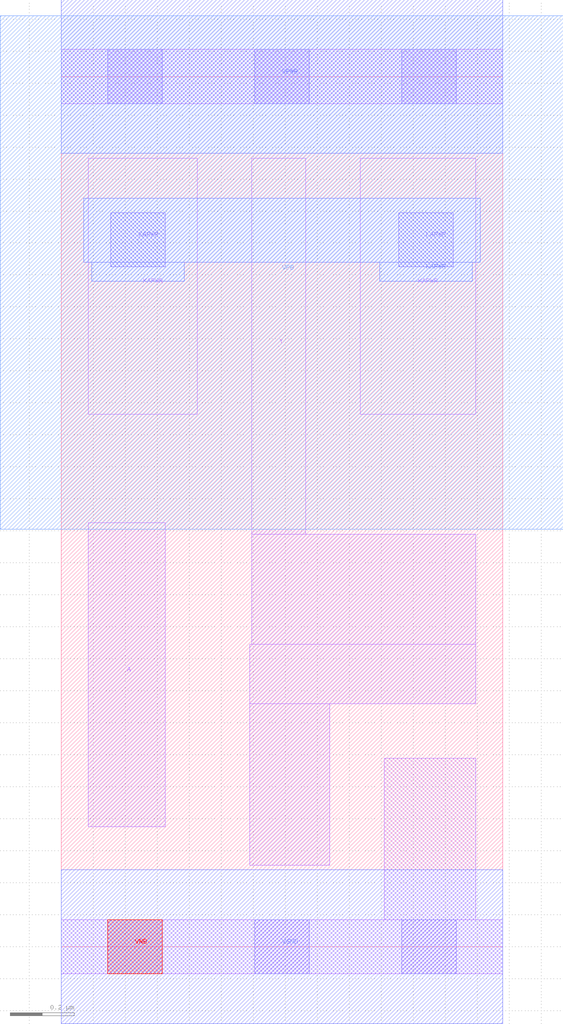
<source format=lef>
# Copyright 2020 The SkyWater PDK Authors
#
# Licensed under the Apache License, Version 2.0 (the "License");
# you may not use this file except in compliance with the License.
# You may obtain a copy of the License at
#
#     https://www.apache.org/licenses/LICENSE-2.0
#
# Unless required by applicable law or agreed to in writing, software
# distributed under the License is distributed on an "AS IS" BASIS,
# WITHOUT WARRANTIES OR CONDITIONS OF ANY KIND, either express or implied.
# See the License for the specific language governing permissions and
# limitations under the License.
#
# SPDX-License-Identifier: Apache-2.0

VERSION 5.7 ;
  NOWIREEXTENSIONATPIN ON ;
  DIVIDERCHAR "/" ;
  BUSBITCHARS "[]" ;
MACRO sky130_fd_sc_hd__lpflow_clkinvkapwr_1
  CLASS CORE ;
  FOREIGN sky130_fd_sc_hd__lpflow_clkinvkapwr_1 ;
  ORIGIN  0.000000  0.000000 ;
  SIZE  1.380000 BY  2.720000 ;
  SYMMETRY X Y R90 ;
  SITE unithd ;
  PIN A
    ANTENNAGATEAREA  0.315000 ;
    DIRECTION INPUT ;
    USE SIGNAL ;
    PORT
      LAYER li1 ;
        RECT 0.085000 0.375000 0.325000 1.325000 ;
    END
  END A
  PIN VNB
    PORT
      LAYER pwell ;
        RECT 0.145000 -0.085000 0.315000 0.085000 ;
    END
  END VNB
  PIN VPB
    PORT
      LAYER nwell ;
        RECT -0.190000 1.305000 1.570000 2.910000 ;
    END
  END VPB
  PIN Y
    ANTENNADIFFAREA  0.336000 ;
    DIRECTION OUTPUT ;
    USE SIGNAL ;
    PORT
      LAYER li1 ;
        RECT 0.590000 0.255000 0.840000 0.760000 ;
        RECT 0.590000 0.760000 1.295000 0.945000 ;
        RECT 0.595000 0.945000 1.295000 1.290000 ;
        RECT 0.595000 1.290000 0.765000 2.465000 ;
    END
  END Y
  PIN KAPWR
    DIRECTION INOUT ;
    SHAPE ABUTMENT ;
    USE POWER ;
    PORT
      LAYER li1 ;
        RECT 0.085000 1.665000 0.425000 2.465000 ;
      LAYER mcon ;
        RECT 0.155000 2.125000 0.325000 2.295000 ;
    END
    PORT
      LAYER li1 ;
        RECT 0.935000 1.665000 1.295000 2.465000 ;
      LAYER mcon ;
        RECT 1.055000 2.125000 1.225000 2.295000 ;
    END
    PORT
      LAYER met1 ;
        RECT 0.070000 2.140000 1.310000 2.340000 ;
        RECT 0.095000 2.080000 0.385000 2.140000 ;
        RECT 0.995000 2.080000 1.285000 2.140000 ;
    END
  END KAPWR
  PIN VGND
    DIRECTION INOUT ;
    SHAPE ABUTMENT ;
    USE GROUND ;
    PORT
      LAYER met1 ;
        RECT 0.000000 -0.240000 1.380000 0.240000 ;
    END
  END VGND
  PIN VPWR
    DIRECTION INOUT ;
    SHAPE ABUTMENT ;
    USE POWER ;
    PORT
      LAYER met1 ;
        RECT 0.000000 2.480000 1.380000 2.960000 ;
    END
  END VPWR
  OBS
    LAYER li1 ;
      RECT 0.000000 -0.085000 1.380000 0.085000 ;
      RECT 0.000000  2.635000 1.380000 2.805000 ;
      RECT 1.010000  0.085000 1.295000 0.590000 ;
    LAYER mcon ;
      RECT 0.145000 -0.085000 0.315000 0.085000 ;
      RECT 0.145000  2.635000 0.315000 2.805000 ;
      RECT 0.605000 -0.085000 0.775000 0.085000 ;
      RECT 0.605000  2.635000 0.775000 2.805000 ;
      RECT 1.065000 -0.085000 1.235000 0.085000 ;
      RECT 1.065000  2.635000 1.235000 2.805000 ;
  END
END sky130_fd_sc_hd__lpflow_clkinvkapwr_1
END LIBRARY

</source>
